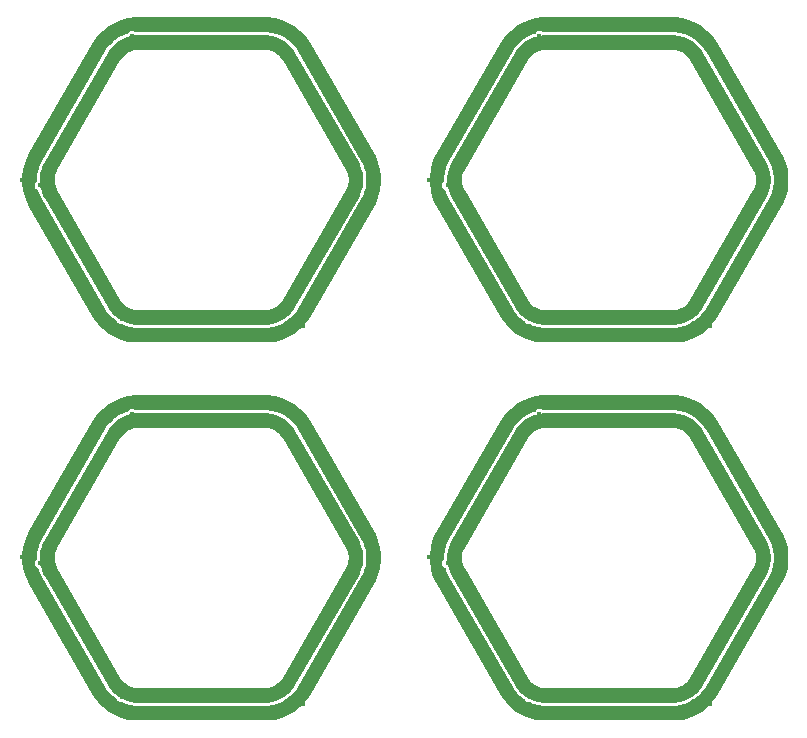
<source format=gbr>
G04 CAM350 V9.5.1 (Build 211) Date:  Sun Feb 09 09:32:50 2025 *
G04 Database: G:\2025-02-01  ºÏÆ´  ºÚÄ¤\2025-02-01-116\1.cam *
G04 Layer 4: GBL *
%FSLAX35Y35*%
%MOIN*%
%SFA1.000B1.000*%

%MIA0B0*%
%IPPOS*%
%ADD71C,0.01575*%
%LNGBL*%
%LPD*%
G36*
X243732Y159177D02*
G01X199320D01*
X197018Y159481*
X194774Y160082*
X192629Y160970*
X190618Y162132*
X188775Y163546*
X187133Y165188*
X185719Y167030*
X185139Y168036*
X164094Y204486*
X163514Y205491*
X162625Y207637*
X162024Y209880*
X161721Y212183*
Y214505*
X162024Y216808*
X162625Y219051*
X163514Y221197*
X164094Y222202*
X185139Y258652*
X185719Y259658*
X187133Y261501*
X188775Y263143*
X190618Y264557*
X192629Y265718*
X194774Y266606*
X197018Y267208*
X199320Y267511*
X242544*
X243707Y267512*
X246013Y267212*
X248260Y266613*
X250410Y265725*
X252425Y264563*
X254271Y263148*
X255916Y261505*
X257332Y259660*
X257913Y258652*
X278958Y222202*
X279538Y221197*
X280427Y219051*
X281028Y216808*
X281331Y214505*
Y212183*
X281028Y209880*
X280427Y207637*
X279538Y205491*
X278958Y204486*
X257913Y168036*
X257333Y167030*
X255919Y165188*
X254277Y163545*
X252434Y162132*
X250423Y160970*
X248278Y160082*
X246034Y159481*
X243732Y159177*
G37*
G36*
X107905D02*
G01X63493D01*
X61191Y159481*
X58947Y160082*
X56802Y160970*
X54791Y162132*
X52948Y163546*
X51306Y165188*
X49892Y167030*
X49312Y168036*
X28267Y204486*
X27687Y205491*
X26798Y207637*
X26197Y209880*
X25894Y212183*
Y214505*
X26197Y216808*
X26798Y219051*
X27687Y221197*
X28267Y222202*
X49312Y258652*
X49892Y259658*
X51306Y261501*
X52948Y263143*
X54791Y264557*
X56802Y265718*
X58947Y266606*
X61191Y267208*
X63493Y267511*
X106717*
X107880Y267512*
X110186Y267212*
X112433Y266613*
X114583Y265725*
X116598Y264563*
X118444Y263148*
X120089Y261505*
X121505Y259660*
X122086Y258652*
X143131Y222202*
X143711Y221197*
X144600Y219051*
X145201Y216808*
X145504Y214505*
Y212183*
X145201Y209880*
X144600Y207637*
X143711Y205491*
X143131Y204486*
X122086Y168036*
X121506Y167030*
X120092Y165188*
X118450Y163545*
X116607Y162132*
X114596Y160970*
X112451Y160082*
X110207Y159481*
X107905Y159177*
G37*
G36*
X243732Y33193D02*
G01X199320D01*
X197018Y33497*
X194774Y34098*
X192629Y34986*
X190618Y36148*
X188775Y37562*
X187133Y39204*
X185719Y41046*
X185139Y42052*
X164094Y78502*
X163514Y79507*
X162625Y81653*
X162024Y83896*
X161721Y86199*
Y88521*
X162024Y90824*
X162625Y93067*
X163514Y95213*
X164094Y96218*
X185139Y132668*
X185719Y133674*
X187133Y135517*
X188775Y137159*
X190618Y138573*
X192629Y139734*
X194774Y140622*
X197018Y141224*
X199320Y141527*
X242544*
X243707Y141528*
X246013Y141228*
X248260Y140629*
X250410Y139741*
X252425Y138579*
X254271Y137164*
X255916Y135521*
X257332Y133676*
X257913Y132668*
X278958Y96218*
X279538Y95213*
X280427Y93067*
X281028Y90824*
X281331Y88521*
Y86199*
X281028Y83896*
X280427Y81653*
X279538Y79507*
X278958Y78502*
X257913Y42052*
X257333Y41046*
X255919Y39204*
X254277Y37561*
X252434Y36148*
X250423Y34986*
X248278Y34098*
X246034Y33497*
X243732Y33193*
G37*
G36*
X107905D02*
G01X63493D01*
X61191Y33497*
X58947Y34098*
X56802Y34986*
X54791Y36148*
X52948Y37562*
X51306Y39204*
X49892Y41046*
X49312Y42052*
X28267Y78502*
X27687Y79507*
X26798Y81653*
X26197Y83896*
X25894Y86199*
Y88521*
X26197Y90824*
X26798Y93067*
X27687Y95213*
X28267Y96218*
X49312Y132668*
X49892Y133674*
X51306Y135517*
X52948Y137159*
X54791Y138573*
X56802Y139734*
X58947Y140622*
X61191Y141224*
X63493Y141527*
X106717*
X107880Y141528*
X110186Y141228*
X112433Y140629*
X114583Y139741*
X116598Y138579*
X118444Y137164*
X120089Y135521*
X121505Y133676*
X122086Y132668*
X143131Y96218*
X143711Y95213*
X144600Y93067*
X145201Y90824*
X145504Y88521*
Y86199*
X145201Y83896*
X144600Y81653*
X143711Y79507*
X143131Y78502*
X122086Y42052*
X121506Y41046*
X120092Y39204*
X118450Y37561*
X116607Y36148*
X114596Y34986*
X112451Y34098*
X110207Y33497*
X107905Y33193*
G37*
%LPC*%
G36*
X243411Y164076D02*
G01X243478Y164072D01*
X245013Y164274*
X245076Y164296*
X245144Y164300*
X246639Y164701*
X246699Y164731*
X246765Y164744*
X248196Y165336*
X248252Y165374*
X248315Y165395*
X249656Y166169*
X249707Y166214*
X249767Y166244*
X250995Y167186*
X251040Y167237*
X251096Y167274*
X252191Y168369*
X252228Y168425*
X252278Y168469*
X253221Y169697*
X253251Y169758*
X253295Y169808*
X253682Y170479*
X274727Y206929*
X275114Y207599*
X275135Y207663*
X275173Y207719*
X275765Y209149*
X275778Y209215*
X275808Y209276*
X276209Y210771*
X276213Y210838*
X276235Y210902*
X276437Y212437*
X276432Y212504*
X276446Y212570*
Y214118*
X276432Y214184*
X276437Y214251*
X276235Y215786*
X276213Y215850*
X276209Y215917*
X275808Y217413*
X275778Y217473*
X275765Y217539*
X275173Y218969*
X275135Y219025*
X275114Y219089*
X274727Y219759*
X253682Y256210*
X253295Y256880*
X253251Y256931*
X253221Y256991*
X252278Y258219*
X252228Y258264*
X252191Y258319*
X251096Y259414*
X251040Y259452*
X250995Y259502*
X249767Y260445*
X249707Y260475*
X249656Y260519*
X248315Y261293*
X248252Y261315*
X248196Y261352*
X246765Y261944*
X246699Y261958*
X246639Y261987*
X245144Y262388*
X245076Y262392*
X245013Y262414*
X243478Y262616*
X243411Y262612*
X243345Y262625*
X199707*
X199641Y262612*
X199574Y262616*
X199429Y262597*
X199024Y262868*
X198327Y263006*
X197630Y262868*
X197038Y262473*
X196780Y262086*
X196413Y261987*
X196353Y261958*
X196287Y261944*
X194856Y261352*
X194800Y261315*
X194737Y261293*
X193396Y260519*
X193345Y260475*
X193285Y260445*
X192057Y259502*
X192012Y259452*
X191956Y259414*
X190862Y258319*
X190824Y258264*
X190774Y258219*
X189831Y256991*
X189801Y256931*
X189757Y256880*
X189370Y256210*
X168325Y219759*
X167938Y219089*
X167917Y219025*
X167879Y218969*
X167287Y217539*
X167274Y217473*
X167244Y217413*
X166843Y215917*
X166839Y215850*
X166817Y215786*
X166615Y214251*
X166619Y214184*
X166606Y214118*
Y212950*
Y212949*
X166402Y212813*
X166007Y212221*
X165868Y211524*
X166007Y210826*
X166402Y210235*
X166993Y209840*
X167097Y209819*
X167098*
X167244Y209276*
X167274Y209215*
X167287Y209149*
X167879Y207719*
X167917Y207663*
X167938Y207599*
X168325Y206929*
X189370Y170479*
X189757Y169808*
X189801Y169758*
X189831Y169697*
X190774Y168469*
X190824Y168425*
X190862Y168369*
X191956Y167274*
X192012Y167237*
X192057Y167186*
X193285Y166244*
X193345Y166214*
X193396Y166169*
X193452Y166137*
X193724Y165730*
X194315Y165335*
X195013Y165196*
X195136Y165220*
X196287Y164744*
X196353Y164731*
X196413Y164701*
X197908Y164300*
X197976Y164296*
X198039Y164274*
X199574Y164072*
X199641Y164076*
X199707Y164063*
X243345*
X243411Y164076*
G37*
G36*
X107584D02*
G01X107651Y164072D01*
X109186Y164274*
X109249Y164296*
X109317Y164300*
X110812Y164701*
X110872Y164731*
X110938Y164744*
X112369Y165336*
X112425Y165374*
X112488Y165395*
X113829Y166169*
X113880Y166214*
X113940Y166244*
X115168Y167186*
X115213Y167237*
X115269Y167274*
X116364Y168369*
X116401Y168425*
X116451Y168469*
X117394Y169697*
X117424Y169758*
X117468Y169808*
X117855Y170479*
X138900Y206929*
X139287Y207599*
X139308Y207663*
X139346Y207719*
X139938Y209149*
X139951Y209215*
X139981Y209276*
X140382Y210771*
X140386Y210838*
X140408Y210902*
X140610Y212437*
X140605Y212504*
X140619Y212570*
Y214118*
X140605Y214184*
X140610Y214251*
X140408Y215786*
X140386Y215850*
X140382Y215917*
X139981Y217413*
X139951Y217473*
X139938Y217539*
X139346Y218969*
X139308Y219025*
X139287Y219089*
X138900Y219759*
X117855Y256210*
X117468Y256880*
X117424Y256931*
X117394Y256991*
X116451Y258219*
X116401Y258264*
X116364Y258319*
X115269Y259414*
X115213Y259452*
X115168Y259502*
X113940Y260445*
X113880Y260475*
X113829Y260519*
X112488Y261293*
X112425Y261315*
X112369Y261352*
X110938Y261944*
X110872Y261958*
X110812Y261987*
X109317Y262388*
X109249Y262392*
X109186Y262414*
X107651Y262616*
X107584Y262612*
X107518Y262625*
X63880*
X63814Y262612*
X63747Y262616*
X63602Y262597*
X63197Y262868*
X62500Y263006*
X61803Y262868*
X61211Y262473*
X60953Y262086*
X60586Y261987*
X60526Y261958*
X60460Y261944*
X59029Y261352*
X58973Y261315*
X58910Y261293*
X57569Y260519*
X57518Y260475*
X57458Y260445*
X56230Y259502*
X56185Y259452*
X56129Y259414*
X55035Y258319*
X54997Y258264*
X54947Y258219*
X54004Y256991*
X53974Y256931*
X53930Y256880*
X53543Y256210*
X32498Y219759*
X32111Y219089*
X32090Y219025*
X32052Y218969*
X31460Y217539*
X31447Y217473*
X31417Y217413*
X31016Y215917*
X31012Y215850*
X30990Y215786*
X30788Y214251*
X30792Y214184*
X30779Y214118*
Y212950*
Y212949*
X30575Y212813*
X30180Y212221*
X30041Y211524*
X30180Y210826*
X30575Y210235*
X31166Y209840*
X31271Y209819*
X31417Y209276*
X31447Y209215*
X31460Y209149*
X32052Y207719*
X32090Y207663*
X32111Y207599*
X32498Y206929*
X53543Y170479*
X53930Y169808*
X53974Y169758*
X54004Y169697*
X54947Y168469*
X54997Y168425*
X55035Y168369*
X56129Y167274*
X56185Y167237*
X56230Y167186*
X57458Y166244*
X57518Y166214*
X57569Y166169*
X57625Y166137*
X57897Y165730*
X58488Y165335*
X59186Y165196*
X59309Y165220*
X60460Y164744*
X60526Y164731*
X60586Y164701*
X62081Y164300*
X62149Y164296*
X62212Y164274*
X63747Y164072*
X63814Y164076*
X63880Y164063*
X107518*
X107584Y164076*
G37*
G36*
X243411Y38092D02*
G01X243478Y38088D01*
X245013Y38290*
X245076Y38312*
X245144Y38316*
X246639Y38717*
X246699Y38747*
X246765Y38760*
X248196Y39352*
X248252Y39390*
X248315Y39411*
X249656Y40185*
X249707Y40230*
X249767Y40260*
X250995Y41202*
X251040Y41253*
X251096Y41290*
X252191Y42385*
X252228Y42441*
X252278Y42485*
X253221Y43713*
X253251Y43774*
X253295Y43824*
X253682Y44495*
X274727Y80945*
X275114Y81615*
X275135Y81679*
X275173Y81735*
X275765Y83165*
X275778Y83231*
X275808Y83292*
X276209Y84787*
X276213Y84854*
X276235Y84918*
X276437Y86453*
X276432Y86520*
X276446Y86586*
Y88134*
X276432Y88200*
X276437Y88267*
X276235Y89802*
X276213Y89866*
X276209Y89933*
X275808Y91429*
X275778Y91489*
X275765Y91555*
X275173Y92985*
X275135Y93041*
X275114Y93105*
X274727Y93775*
X253682Y130226*
X253295Y130896*
X253251Y130947*
X253221Y131007*
X252278Y132235*
X252228Y132280*
X252191Y132335*
X251096Y133430*
X251040Y133468*
X250995Y133518*
X249767Y134461*
X249707Y134491*
X249656Y134535*
X248315Y135309*
X248252Y135331*
X248196Y135368*
X246765Y135960*
X246699Y135974*
X246639Y136003*
X245144Y136404*
X245076Y136408*
X245013Y136430*
X243478Y136632*
X243411Y136628*
X243345Y136641*
X199707*
X199641Y136628*
X199574Y136632*
X199429Y136613*
X199024Y136884*
X198327Y137022*
X197630Y136884*
X197038Y136489*
X196780Y136102*
X196413Y136003*
X196353Y135974*
X196287Y135960*
X194856Y135368*
X194800Y135331*
X194737Y135309*
X193396Y134535*
X193345Y134491*
X193285Y134461*
X192057Y133518*
X192012Y133468*
X191956Y133430*
X190862Y132335*
X190824Y132280*
X190774Y132235*
X189831Y131007*
X189801Y130947*
X189757Y130896*
X189370Y130226*
X168325Y93775*
X167938Y93105*
X167917Y93041*
X167879Y92985*
X167287Y91555*
X167274Y91489*
X167244Y91429*
X166843Y89933*
X166839Y89866*
X166817Y89802*
X166615Y88267*
X166619Y88200*
X166606Y88134*
Y86965*
X166402Y86829*
X166007Y86237*
X165868Y85540*
X166007Y84842*
X166402Y84251*
X166993Y83856*
X167097Y83835*
X167098*
X167244Y83292*
X167274Y83231*
X167287Y83165*
X167879Y81735*
X167917Y81679*
X167938Y81615*
X168325Y80945*
X189370Y44495*
X189757Y43824*
X189801Y43774*
X189831Y43713*
X190774Y42485*
X190824Y42441*
X190862Y42385*
X191956Y41290*
X192012Y41253*
X192057Y41202*
X193285Y40260*
X193345Y40230*
X193396Y40185*
X193452Y40153*
X193724Y39746*
X194315Y39351*
X195013Y39212*
X195136Y39236*
X196287Y38760*
X196353Y38747*
X196413Y38717*
X197908Y38316*
X197976Y38312*
X198039Y38290*
X199574Y38088*
X199641Y38092*
X199707Y38079*
X243345*
X243411Y38092*
G37*
G36*
X107584D02*
G01X107651Y38088D01*
X109186Y38290*
X109249Y38312*
X109317Y38316*
X110812Y38717*
X110872Y38747*
X110938Y38760*
X112369Y39352*
X112425Y39390*
X112488Y39411*
X113829Y40185*
X113880Y40230*
X113940Y40260*
X115168Y41202*
X115213Y41253*
X115269Y41290*
X116364Y42385*
X116401Y42441*
X116451Y42485*
X117394Y43713*
X117424Y43774*
X117468Y43824*
X117855Y44495*
X138900Y80945*
X139287Y81615*
X139308Y81679*
X139346Y81735*
X139938Y83165*
X139951Y83231*
X139981Y83292*
X140382Y84787*
X140386Y84854*
X140408Y84918*
X140610Y86453*
X140605Y86520*
X140619Y86586*
Y88134*
X140605Y88200*
X140610Y88267*
X140408Y89802*
X140386Y89866*
X140382Y89933*
X139981Y91429*
X139951Y91489*
X139938Y91555*
X139346Y92985*
X139308Y93041*
X139287Y93105*
X138900Y93775*
X117855Y130226*
X117468Y130896*
X117424Y130947*
X117394Y131007*
X116451Y132235*
X116401Y132280*
X116364Y132335*
X115269Y133430*
X115213Y133468*
X115168Y133518*
X113940Y134461*
X113880Y134491*
X113829Y134535*
X112488Y135309*
X112425Y135331*
X112369Y135368*
X110938Y135960*
X110872Y135974*
X110812Y136003*
X109317Y136404*
X109249Y136408*
X109186Y136430*
X107651Y136632*
X107584Y136628*
X107518Y136641*
X63880*
X63814Y136628*
X63747Y136632*
X63602Y136613*
X63197Y136884*
X62500Y137022*
X61803Y136884*
X61211Y136489*
X60953Y136102*
X60586Y136003*
X60526Y135974*
X60460Y135960*
X59029Y135368*
X58973Y135331*
X58910Y135309*
X57569Y134535*
X57518Y134491*
X57458Y134461*
X56230Y133518*
X56185Y133468*
X56129Y133430*
X55035Y132335*
X54997Y132280*
X54947Y132235*
X54004Y131007*
X53974Y130947*
X53930Y130896*
X53543Y130226*
X32498Y93775*
X32111Y93105*
X32090Y93041*
X32052Y92985*
X31460Y91555*
X31447Y91489*
X31417Y91429*
X31016Y89933*
X31012Y89866*
X30990Y89802*
X30788Y88267*
X30792Y88200*
X30779Y88134*
Y86965*
X30575Y86829*
X30180Y86237*
X30041Y85540*
X30180Y84842*
X30575Y84251*
X31166Y83856*
X31271Y83835*
X31417Y83292*
X31447Y83231*
X31460Y83165*
X32052Y81735*
X32090Y81679*
X32111Y81615*
X32498Y80945*
X53543Y44495*
X53930Y43824*
X53974Y43774*
X54004Y43713*
X54947Y42485*
X54997Y42441*
X55035Y42385*
X56129Y41290*
X56185Y41253*
X56230Y41202*
X57458Y40260*
X57518Y40230*
X57569Y40185*
X57625Y40153*
X57897Y39746*
X58488Y39351*
X59186Y39212*
X59309Y39236*
X60460Y38760*
X60526Y38747*
X60586Y38717*
X62081Y38316*
X62149Y38312*
X62212Y38290*
X63747Y38088*
X63814Y38092*
X63880Y38079*
X107518*
X107584Y38092*
G37*
%LPD*%
G36*
X243345Y165083D02*
G01X199707D01*
X198172Y165285*
X196677Y165686*
X195246Y166278*
X193906Y167053*
X192677Y167995*
X191583Y169090*
X190640Y170318*
X190253Y170988*
X169208Y207439*
X168821Y208109*
X168229Y209540*
X167828Y211035*
X167626Y212570*
Y214118*
X167828Y215653*
X168229Y217149*
X168821Y218579*
X169208Y219250*
X190253Y255700*
X190640Y256370*
X191583Y257598*
X192677Y258693*
X193906Y259636*
X195246Y260410*
X196677Y261003*
X198172Y261403*
X199707Y261605*
X242571*
X243345*
X244880Y261403*
X246375Y261003*
X247806Y260410*
X249146Y259636*
X250375Y258693*
X251469Y257598*
X252412Y256370*
X252799Y255700*
X273844Y219250*
X274231Y218579*
X274823Y217149*
X275224Y215653*
X275426Y214118*
Y212570*
X275224Y211035*
X274823Y209540*
X274231Y208109*
X273844Y207439*
X252799Y170988*
X252412Y170318*
X251469Y169090*
X250375Y167995*
X249146Y167053*
X247806Y166278*
X246375Y165686*
X244880Y165285*
X243345Y165083*
G37*
G36*
X107518D02*
G01X63880D01*
X62345Y165285*
X60850Y165686*
X59419Y166278*
X58079Y167053*
X56850Y167995*
X55756Y169090*
X54813Y170318*
X54426Y170988*
X33381Y207439*
X32994Y208109*
X32402Y209540*
X32001Y211035*
X31799Y212570*
Y214118*
X32001Y215653*
X32402Y217149*
X32994Y218579*
X33381Y219250*
X54426Y255700*
X54813Y256370*
X55756Y257598*
X56850Y258693*
X58079Y259636*
X59419Y260410*
X60850Y261003*
X62345Y261403*
X63880Y261605*
X106744*
X107518*
X109053Y261403*
X110548Y261003*
X111979Y260410*
X113319Y259636*
X114548Y258693*
X115642Y257598*
X116585Y256370*
X116972Y255700*
X138017Y219250*
X138404Y218579*
X138996Y217149*
X139397Y215653*
X139599Y214118*
Y212570*
X139397Y211035*
X138996Y209540*
X138404Y208109*
X138017Y207439*
X116972Y170988*
X116585Y170318*
X115642Y169090*
X114548Y167995*
X113319Y167053*
X111979Y166278*
X110548Y165686*
X109053Y165285*
X107518Y165083*
G37*
G36*
X243345Y39099D02*
G01X199707D01*
X198172Y39301*
X196677Y39702*
X195246Y40294*
X193906Y41069*
X192677Y42011*
X191583Y43106*
X190640Y44334*
X190253Y45004*
X169208Y81455*
X168821Y82125*
X168229Y83556*
X167828Y85051*
X167626Y86586*
Y88134*
X167828Y89669*
X168229Y91165*
X168821Y92595*
X169208Y93266*
X190253Y129716*
X190640Y130386*
X191583Y131614*
X192677Y132709*
X193906Y133652*
X195246Y134426*
X196677Y135019*
X198172Y135419*
X199707Y135621*
X242571*
X243345*
X244880Y135419*
X246375Y135019*
X247806Y134426*
X249146Y133652*
X250375Y132709*
X251469Y131614*
X252412Y130386*
X252799Y129716*
X273844Y93266*
X274231Y92595*
X274823Y91165*
X275224Y89669*
X275426Y88134*
Y86586*
X275224Y85051*
X274823Y83556*
X274231Y82125*
X273844Y81455*
X252799Y45004*
X252412Y44334*
X251469Y43106*
X250375Y42011*
X249146Y41069*
X247806Y40294*
X246375Y39702*
X244880Y39301*
X243345Y39099*
G37*
G36*
X107518D02*
G01X63880D01*
X62345Y39301*
X60850Y39702*
X59419Y40294*
X58079Y41069*
X56850Y42011*
X55756Y43106*
X54813Y44334*
X54426Y45004*
X33381Y81455*
X32994Y82125*
X32402Y83556*
X32001Y85051*
X31799Y86586*
Y88134*
X32001Y89669*
X32402Y91165*
X32994Y92595*
X33381Y93266*
X54426Y129716*
X54813Y130386*
X55756Y131614*
X56850Y132709*
X58079Y133652*
X59419Y134426*
X60850Y135019*
X62345Y135419*
X63880Y135621*
X106744*
X107518*
X109053Y135419*
X110548Y135019*
X111979Y134426*
X113319Y133652*
X114548Y132709*
X115642Y131614*
X116585Y130386*
X116972Y129716*
X138017Y93266*
X138404Y92595*
X138996Y91165*
X139397Y89669*
X139599Y88134*
Y86586*
X139397Y85051*
X138996Y83556*
X138404Y82125*
X138017Y81455*
X116972Y45004*
X116585Y44334*
X115642Y43106*
X114548Y42011*
X113319Y41069*
X111979Y40294*
X110548Y39702*
X109053Y39301*
X107518Y39099*
G37*
%LPC*%
G36*
X242958Y169969D02*
G01X200094D01*
X200028Y169982*
X199961Y169978*
X199194Y170079*
X199130Y170100*
X199063Y170105*
X198315Y170305*
X198255Y170335*
X198189Y170348*
X197474Y170644*
X197418Y170682*
X197354Y170703*
X196684Y171090*
X196633Y171135*
X196573Y171164*
X195959Y171636*
X195914Y171686*
X195858Y171723*
X195311Y172271*
X195274Y172327*
X195223Y172371*
X194752Y172985*
X194722Y173046*
X194678Y173096*
X194484Y173431*
X173440Y209882*
X173246Y210217*
X173225Y210281*
X173187Y210336*
X172891Y211052*
X172878Y211118*
X172848Y211178*
X172648Y211926*
X172643Y211993*
X172622Y212056*
X172521Y212824*
X172525Y212891*
X172512Y212957*
Y213731*
X172525Y213797*
X172521Y213864*
X172622Y214632*
X172643Y214696*
X172648Y214763*
X172848Y215510*
X172878Y215571*
X172891Y215637*
X173187Y216352*
X173225Y216408*
X173246Y216471*
X173440Y216807*
X194484Y253257*
X194678Y253592*
X194722Y253643*
X194752Y253703*
X195223Y254317*
X195274Y254361*
X195311Y254417*
X195858Y254965*
X195914Y255002*
X195959Y255053*
X196573Y255524*
X196633Y255554*
X196684Y255598*
X197354Y255985*
X197418Y256007*
X197474Y256044*
X198189Y256340*
X198255Y256353*
X198315Y256383*
X199063Y256584*
X199130Y256588*
X199194Y256610*
X199961Y256711*
X200028Y256706*
X200094Y256719*
X200481*
X242958*
X243023Y256706*
X243091Y256711*
X243858Y256610*
X243922Y256588*
X243989Y256584*
X244737Y256383*
X244797Y256353*
X244863Y256340*
X245578Y256044*
X245634Y256007*
X245698Y255985*
X246368Y255598*
X246419Y255554*
X246479Y255524*
X247093Y255053*
X247138Y255002*
X247194Y254965*
X247741Y254417*
X247778Y254361*
X247829Y254317*
X248300Y253703*
X248330Y253643*
X248374Y253592*
X248568Y253257*
X269612Y216807*
X269806Y216471*
X269828Y216408*
X269865Y216352*
X270161Y215637*
X270174Y215571*
X270204Y215510*
X270404Y214763*
X270409Y214696*
X270430Y214632*
X270531Y213864*
X270527Y213797*
X270540Y213731*
Y212957*
X270527Y212891*
X270531Y212824*
X270430Y212056*
X270409Y211993*
X270404Y211926*
X270204Y211178*
X270174Y211118*
X270161Y211052*
X269865Y210336*
X269827Y210281*
X269806Y210217*
X269612Y209882*
X248568Y173431*
X248374Y173096*
X248330Y173046*
X248300Y172985*
X247829Y172371*
X247778Y172327*
X247741Y172271*
X247194Y171723*
X247138Y171686*
X247093Y171636*
X246479Y171164*
X246419Y171135*
X246368Y171090*
X245698Y170703*
X245634Y170682*
X245578Y170644*
X244863Y170348*
X244797Y170335*
X244737Y170305*
X243989Y170105*
X243922Y170100*
X243858Y170079*
X243091Y169978*
X243023Y169982*
X242958Y169969*
G37*
G36*
X107131D02*
G01X64267D01*
X64201Y169982*
X64134Y169978*
X63367Y170079*
X63303Y170100*
X63236Y170105*
X62488Y170305*
X62428Y170335*
X62362Y170348*
X61647Y170644*
X61591Y170682*
X61527Y170703*
X60857Y171090*
X60806Y171135*
X60746Y171164*
X60132Y171636*
X60087Y171686*
X60031Y171723*
X59484Y172271*
X59447Y172327*
X59396Y172371*
X58925Y172985*
X58895Y173046*
X58851Y173096*
X58657Y173431*
X37613Y209882*
X37419Y210217*
X37398Y210281*
X37360Y210336*
X37064Y211052*
X37051Y211118*
X37021Y211178*
X36821Y211926*
X36816Y211993*
X36795Y212056*
X36694Y212824*
X36698Y212891*
X36685Y212957*
Y213731*
X36698Y213797*
X36694Y213864*
X36795Y214632*
X36816Y214696*
X36821Y214763*
X37021Y215510*
X37051Y215571*
X37064Y215637*
X37360Y216352*
X37398Y216408*
X37419Y216471*
X37613Y216807*
X58657Y253257*
X58851Y253592*
X58895Y253643*
X58925Y253703*
X59396Y254317*
X59447Y254361*
X59484Y254417*
X60031Y254965*
X60087Y255002*
X60132Y255053*
X60746Y255524*
X60806Y255554*
X60857Y255598*
X61527Y255985*
X61591Y256007*
X61647Y256044*
X62362Y256340*
X62428Y256353*
X62488Y256383*
X63236Y256584*
X63303Y256588*
X63367Y256610*
X64134Y256711*
X64201Y256706*
X64267Y256719*
X64654*
X107131*
X107196Y256706*
X107264Y256711*
X108031Y256610*
X108095Y256588*
X108162Y256584*
X108910Y256383*
X108970Y256353*
X109036Y256340*
X109751Y256044*
X109807Y256007*
X109871Y255985*
X110541Y255598*
X110592Y255554*
X110652Y255524*
X111266Y255053*
X111311Y255002*
X111367Y254965*
X111914Y254417*
X111951Y254361*
X112002Y254317*
X112473Y253703*
X112503Y253643*
X112547Y253592*
X112741Y253257*
X133785Y216807*
X133979Y216471*
X134001Y216408*
X134038Y216352*
X134334Y215637*
X134347Y215571*
X134377Y215510*
X134577Y214763*
X134582Y214696*
X134603Y214632*
X134704Y213864*
X134700Y213797*
X134713Y213731*
Y212957*
X134700Y212891*
X134704Y212824*
X134603Y212056*
X134582Y211993*
X134577Y211926*
X134377Y211178*
X134347Y211118*
X134334Y211052*
X134038Y210336*
X134000Y210281*
X133979Y210217*
X133785Y209882*
X112741Y173431*
X112547Y173096*
X112503Y173046*
X112473Y172985*
X112002Y172371*
X111951Y172327*
X111914Y172271*
X111367Y171723*
X111311Y171686*
X111266Y171636*
X110652Y171164*
X110592Y171135*
X110541Y171090*
X109871Y170703*
X109807Y170682*
X109751Y170644*
X109036Y170348*
X108970Y170335*
X108910Y170305*
X108162Y170105*
X108095Y170100*
X108031Y170079*
X107264Y169978*
X107196Y169982*
X107131Y169969*
G37*
G36*
X242958Y43985D02*
G01X200094D01*
X200028Y43998*
X199961Y43994*
X199194Y44095*
X199130Y44116*
X199063Y44121*
X198315Y44321*
X198255Y44351*
X198189Y44364*
X197474Y44660*
X197418Y44698*
X197354Y44719*
X196684Y45106*
X196633Y45151*
X196573Y45180*
X195959Y45652*
X195914Y45702*
X195858Y45739*
X195311Y46287*
X195274Y46343*
X195223Y46387*
X194752Y47001*
X194722Y47062*
X194678Y47112*
X194484Y47447*
X173440Y83898*
X173246Y84233*
X173225Y84297*
X173187Y84352*
X172891Y85068*
X172878Y85134*
X172848Y85194*
X172648Y85942*
X172643Y86009*
X172622Y86072*
X172521Y86840*
X172525Y86907*
X172512Y86973*
Y87747*
X172525Y87813*
X172521Y87880*
X172622Y88648*
X172643Y88712*
X172648Y88779*
X172848Y89526*
X172878Y89587*
X172891Y89653*
X173187Y90368*
X173225Y90424*
X173246Y90487*
X173440Y90823*
X194484Y127273*
X194678Y127608*
X194722Y127659*
X194752Y127719*
X195223Y128333*
X195274Y128377*
X195311Y128433*
X195858Y128981*
X195914Y129018*
X195959Y129069*
X196573Y129540*
X196633Y129570*
X196684Y129614*
X197354Y130001*
X197418Y130023*
X197474Y130060*
X198189Y130356*
X198255Y130369*
X198315Y130399*
X199063Y130600*
X199130Y130604*
X199194Y130626*
X199961Y130727*
X200028Y130722*
X200094Y130735*
X200481*
X242958*
X243023Y130722*
X243091Y130727*
X243858Y130626*
X243922Y130604*
X243989Y130600*
X244737Y130399*
X244797Y130369*
X244863Y130356*
X245578Y130060*
X245634Y130023*
X245698Y130001*
X246368Y129614*
X246419Y129570*
X246479Y129540*
X247093Y129069*
X247138Y129018*
X247194Y128981*
X247741Y128433*
X247778Y128377*
X247829Y128333*
X248300Y127719*
X248330Y127659*
X248374Y127608*
X248568Y127273*
X269612Y90823*
X269806Y90487*
X269828Y90424*
X269865Y90368*
X270161Y89653*
X270174Y89587*
X270204Y89526*
X270404Y88779*
X270409Y88712*
X270430Y88648*
X270531Y87880*
X270527Y87813*
X270540Y87747*
Y86973*
X270527Y86907*
X270531Y86840*
X270430Y86072*
X270409Y86009*
X270404Y85942*
X270204Y85194*
X270174Y85134*
X270161Y85068*
X269865Y84352*
X269827Y84297*
X269806Y84233*
X269612Y83898*
X248568Y47447*
X248374Y47112*
X248330Y47062*
X248300Y47001*
X247829Y46387*
X247778Y46343*
X247741Y46287*
X247194Y45739*
X247138Y45702*
X247093Y45652*
X246479Y45180*
X246419Y45151*
X246368Y45106*
X245698Y44719*
X245634Y44698*
X245578Y44660*
X244863Y44364*
X244797Y44351*
X244737Y44321*
X243989Y44121*
X243922Y44116*
X243858Y44095*
X243091Y43994*
X243023Y43998*
X242958Y43985*
G37*
G36*
X107131D02*
G01X64267D01*
X64201Y43998*
X64134Y43994*
X63367Y44095*
X63303Y44116*
X63236Y44121*
X62488Y44321*
X62428Y44351*
X62362Y44364*
X61647Y44660*
X61591Y44698*
X61527Y44719*
X60857Y45106*
X60806Y45151*
X60746Y45180*
X60132Y45652*
X60087Y45702*
X60031Y45739*
X59484Y46287*
X59447Y46343*
X59396Y46387*
X58925Y47001*
X58895Y47062*
X58851Y47112*
X58657Y47447*
X37613Y83898*
X37419Y84233*
X37398Y84297*
X37360Y84352*
X37064Y85068*
X37051Y85134*
X37021Y85194*
X36821Y85942*
X36816Y86009*
X36795Y86072*
X36694Y86840*
X36698Y86907*
X36685Y86973*
Y87747*
X36698Y87813*
X36694Y87880*
X36795Y88648*
X36816Y88712*
X36821Y88779*
X37021Y89526*
X37051Y89587*
X37064Y89653*
X37360Y90368*
X37398Y90424*
X37419Y90487*
X37613Y90823*
X58657Y127273*
X58851Y127608*
X58895Y127659*
X58925Y127719*
X59396Y128333*
X59447Y128377*
X59484Y128433*
X60031Y128981*
X60087Y129018*
X60132Y129069*
X60746Y129540*
X60806Y129570*
X60857Y129614*
X61527Y130001*
X61591Y130023*
X61647Y130060*
X62362Y130356*
X62428Y130369*
X62488Y130399*
X63236Y130600*
X63303Y130604*
X63367Y130626*
X64134Y130727*
X64201Y130722*
X64267Y130735*
X64654*
X107131*
X107196Y130722*
X107264Y130727*
X108031Y130626*
X108095Y130604*
X108162Y130600*
X108910Y130399*
X108970Y130369*
X109036Y130356*
X109751Y130060*
X109807Y130023*
X109871Y130001*
X110541Y129614*
X110592Y129570*
X110652Y129540*
X111266Y129069*
X111311Y129018*
X111367Y128981*
X111914Y128433*
X111951Y128377*
X112002Y128333*
X112473Y127719*
X112503Y127659*
X112547Y127608*
X112741Y127273*
X133785Y90823*
X133979Y90487*
X134001Y90424*
X134038Y90368*
X134334Y89653*
X134347Y89587*
X134377Y89526*
X134577Y88779*
X134582Y88712*
X134603Y88648*
X134704Y87880*
X134700Y87813*
X134713Y87747*
Y86973*
X134700Y86907*
X134704Y86840*
X134603Y86072*
X134582Y86009*
X134577Y85942*
X134377Y85194*
X134347Y85134*
X134334Y85068*
X134038Y84352*
X134000Y84297*
X133979Y84233*
X133785Y83898*
X112741Y47447*
X112547Y47112*
X112503Y47062*
X112473Y47001*
X112002Y46387*
X111951Y46343*
X111914Y46287*
X111367Y45739*
X111311Y45702*
X111266Y45652*
X110652Y45180*
X110592Y45151*
X110541Y45106*
X109871Y44719*
X109807Y44698*
X109751Y44660*
X109036Y44364*
X108970Y44351*
X108910Y44321*
X108162Y44121*
X108095Y44116*
X108031Y44095*
X107264Y43994*
X107196Y43998*
X107131Y43985*
G37*
%LPD*%
G54D71*
X28700Y81900D03*
X56684Y138651D03*
X138200Y86444D03*
X144500Y90000D03*
X113000Y132400D03*
X59186Y41034D03*
X119500Y38700D03*
X110900Y43000D03*
X56757Y127105D03*
X52057Y119405D03*
X47536Y111493D03*
X42893Y103693D03*
X38257Y95805D03*
X37489Y65440D03*
X36863Y80793D03*
X41563Y72793D03*
X45863Y64893D03*
X50463Y56993D03*
X55198Y49126D03*
X66169Y41963D03*
X75194Y42064D03*
X84219D03*
X93244Y41963D03*
X102269D03*
X114099Y46679D03*
X118599Y54580D03*
X123299Y62679D03*
X127999Y70679D03*
X132799Y78579D03*
X135358Y91958D03*
X130858Y100058D03*
X126058Y107958D03*
X121293Y116092D03*
X116658Y124158D03*
X106431Y132695D03*
X97431D03*
X88431D03*
X79486Y132618D03*
X70431Y132695D03*
X62500Y135200D03*
X25712Y87500D03*
X31863Y85540D03*
X134932Y107411D03*
X139432Y99311D03*
X120732Y131511D03*
X125368Y123445D03*
X39052Y111357D03*
X43652Y119257D03*
X116086Y137934D03*
X57414Y37966D03*
X106600Y34759D03*
X97575D03*
X88550Y34859D03*
X79525D03*
X70500Y34759D03*
X51124Y41773D03*
X46389Y49640D03*
X41789Y57540D03*
X32789Y73440D03*
X29852Y95657D03*
X34489Y103545D03*
X48352Y126957D03*
X66100Y139900D03*
X75100D03*
X84100D03*
X93100D03*
X102100D03*
X130132Y115311D03*
X141204Y78728D03*
X136404Y70828D03*
X131704Y62828D03*
X127004Y54728D03*
X122504Y46828D03*
X164527Y81900D03*
X192511Y138651D03*
X274027Y86444D03*
X280327Y90000D03*
X248827Y132400D03*
X195013Y41034D03*
X255327Y38700D03*
X246727Y43000D03*
X192584Y127105D03*
X187884Y119405D03*
X183363Y111493D03*
X178720Y103693D03*
X174084Y95805D03*
X173316Y65440D03*
X172690Y80793D03*
X177390Y72793D03*
X181690Y64893D03*
X186290Y56993D03*
X191025Y49126D03*
X201996Y41963D03*
X211021Y42064D03*
X220046D03*
X229071Y41963D03*
X238096D03*
X249926Y46679D03*
X254426Y54580D03*
X259126Y62679D03*
X263826Y70679D03*
X268626Y78579D03*
X271185Y91958D03*
X266685Y100058D03*
X261885Y107958D03*
X257120Y116092D03*
X252485Y124158D03*
X242258Y132695D03*
X233258D03*
X224258D03*
X215313Y132618D03*
X206258Y132695D03*
X198327Y135200D03*
X161539Y87500D03*
X167690Y85540D03*
X270759Y107411D03*
X275259Y99311D03*
X256559Y131511D03*
X261195Y123445D03*
X174879Y111357D03*
X179479Y119257D03*
X251913Y137934D03*
X193241Y37966D03*
X242427Y34759D03*
X233402D03*
X224377Y34859D03*
X215352D03*
X206327Y34759D03*
X186951Y41773D03*
X182216Y49640D03*
X177616Y57540D03*
X168616Y73440D03*
X165679Y95657D03*
X170316Y103545D03*
X184179Y126957D03*
X201927Y139900D03*
X210927D03*
X219927D03*
X228927D03*
X237927D03*
X265959Y115311D03*
X277031Y78728D03*
X272231Y70828D03*
X267531Y62828D03*
X262831Y54728D03*
X258331Y46828D03*
X28700Y207884D03*
X56684Y264635D03*
X138200Y212428D03*
X144500Y215984D03*
X113000Y258384D03*
X59186Y167018D03*
X119500Y164684D03*
X110900Y168984D03*
X56757Y253089D03*
X52057Y245389D03*
X47536Y237477D03*
X42893Y229677D03*
X38257Y221789D03*
X37489Y191424D03*
X36863Y206777D03*
X41563Y198777D03*
X45863Y190877D03*
X50463Y182977D03*
X55198Y175110D03*
X66169Y167947D03*
X75194Y168048D03*
X84219D03*
X93244Y167947D03*
X102269D03*
X114099Y172663D03*
X118599Y180564D03*
X123299Y188663D03*
X127999Y196663D03*
X132799Y204563D03*
X135358Y217942D03*
X130858Y226042D03*
X126058Y233942D03*
X121293Y242076D03*
X116658Y250142D03*
X106431Y258679D03*
X97431D03*
X88431D03*
X79486Y258602D03*
X70431Y258679D03*
X62500Y261184D03*
X25712Y213484D03*
X31863Y211524D03*
X134932Y233395D03*
X139432Y225295D03*
X120732Y257495D03*
X125368Y249429D03*
X39052Y237341D03*
X43652Y245241D03*
X116086Y263918D03*
X57414Y163950D03*
X106600Y160743D03*
X97575D03*
X88550Y160843D03*
X79525D03*
X70500Y160743D03*
X51124Y167757D03*
X46389Y175624D03*
X41789Y183524D03*
X32789Y199424D03*
X29852Y221641D03*
X34489Y229529D03*
X48352Y252941D03*
X66100Y265884D03*
X75100D03*
X84100D03*
X93100D03*
X102100D03*
X130132Y241295D03*
X141204Y204712D03*
X136404Y196812D03*
X131704Y188812D03*
X127004Y180712D03*
X122504Y172812D03*
X164527Y207884D03*
X192511Y264635D03*
X274027Y212428D03*
X280327Y215984D03*
X248827Y258384D03*
X195013Y167018D03*
X255327Y164684D03*
X246727Y168984D03*
X192584Y253089D03*
X187884Y245389D03*
X183363Y237477D03*
X178720Y229677D03*
X174084Y221789D03*
X173316Y191424D03*
X172690Y206777D03*
X177390Y198777D03*
X181690Y190877D03*
X186290Y182977D03*
X191025Y175110D03*
X201996Y167947D03*
X211021Y168048D03*
X220046D03*
X229071Y167947D03*
X238096D03*
X249926Y172663D03*
X254426Y180564D03*
X259126Y188663D03*
X263826Y196663D03*
X268626Y204563D03*
X271185Y217942D03*
X266685Y226042D03*
X261885Y233942D03*
X257120Y242076D03*
X252485Y250142D03*
X242258Y258679D03*
X233258D03*
X224258D03*
X215313Y258602D03*
X206258Y258679D03*
X198327Y261184D03*
X161539Y213484D03*
X167690Y211524D03*
X270759Y233395D03*
X275259Y225295D03*
X256559Y257495D03*
X261195Y249429D03*
X174879Y237341D03*
X179479Y245241D03*
X251913Y263918D03*
X193241Y163950D03*
X242427Y160743D03*
X233402D03*
X224377Y160843D03*
X215352D03*
X206327Y160743D03*
X186951Y167757D03*
X182216Y175624D03*
X177616Y183524D03*
X168616Y199424D03*
X165679Y221641D03*
X170316Y229529D03*
X184179Y252941D03*
X201927Y265884D03*
X210927D03*
X219927D03*
X228927D03*
X237927D03*
X265959Y241295D03*
X277031Y204712D03*
X272231Y196812D03*
X267531Y188812D03*
X262831Y180712D03*
X258331Y172812D03*
M02*

</source>
